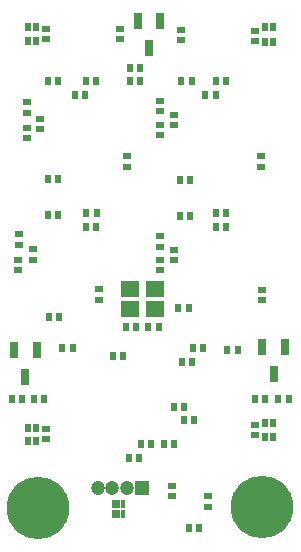
<source format=gbs>
%FSTAX23Y23*%
%MOIN*%
%SFA1B1*%

%IPPOS*%
%ADD32R,0.027690X0.055240*%
%ADD42R,0.047370X0.047370*%
%ADD43C,0.047370*%
%ADD44C,0.208000*%
%ADD56R,0.027690X0.023750*%
%ADD57R,0.023750X0.027690*%
%ADD58R,0.019810X0.031620*%
%ADD59R,0.059180X0.055240*%
%ADD60R,0.016820X0.031030*%
%LNusb2can-1*%
%LPD*%
G54D32*
X00626Y01725D03*
X00551D03*
X00588Y01635D03*
X00213Y0063D03*
X00138D03*
X00176Y0054D03*
X01041Y0064D03*
X00966D03*
X01003Y0055D03*
G54D42*
X00564Y0017D03*
G54D43*
X00515Y0017D03*
X00466D03*
X00417D03*
G54D44*
X00966Y00105D03*
X00219Y00104D03*
G54D56*
X00966Y0083D03*
Y00795D03*
X00961Y01275D03*
Y0124D03*
X00246Y00332D03*
Y00365D03*
X00181Y01419D03*
Y01455D03*
Y01336D03*
Y0137D03*
X00226Y01367D03*
Y014D03*
X00246Y01665D03*
Y01698D03*
X00491Y01665D03*
Y017D03*
X00696Y01697D03*
X00696Y01662D03*
X00941Y01692D03*
Y01659D03*
X00626Y01425D03*
X00626Y0146D03*
X00671Y0138D03*
Y01413D03*
X00626Y01346D03*
Y0138D03*
X00516Y01275D03*
Y0124D03*
X00151Y00895D03*
Y00929D03*
X00156Y0098D03*
Y01015D03*
X00201Y00931D03*
Y00965D03*
X00626Y00974D03*
Y0101D03*
Y00896D03*
Y0093D03*
X00671D03*
Y00963D03*
X00421Y00832D03*
Y00797D03*
X00941Y00378D03*
Y00345D03*
X00666Y00142D03*
Y00177D03*
X00786Y00142D03*
Y00107D03*
G54D57*
X0013Y00465D03*
X00166D03*
X00206D03*
X00239D03*
X00378Y01525D03*
X00411D03*
X00376Y0148D03*
X0034D03*
X00286Y01525D03*
X0025D03*
X00731D03*
X00696D03*
X00812D03*
X00846D03*
X00811Y0148D03*
X00775D03*
X00523Y01525D03*
X00558D03*
Y0157D03*
X00525D03*
X00286Y012D03*
X00251D03*
X00377Y0104D03*
X00411D03*
X00378Y01085D03*
X00413D03*
X00286Y0108D03*
X00251D03*
X00726Y01195D03*
X00691D03*
X00812Y0104D03*
X00846D03*
X0081Y01085D03*
X00846D03*
X00726Y01075D03*
X0069D03*
X00288Y0074D03*
X00253D03*
X00333Y00635D03*
X00298D03*
X00586Y00705D03*
X00621D03*
X00546D03*
X0051D03*
X00467Y0061D03*
X00501D03*
X00721Y0077D03*
X00685D03*
X00733Y00635D03*
X00768D03*
X00697Y0059D03*
X00731D03*
X00883Y0063D03*
X00848D03*
X01053Y00465D03*
X01018D03*
X00976D03*
X00942D03*
X00706Y0044D03*
X0067D03*
X00739Y00395D03*
X00706D03*
X00671Y00315D03*
X00637D03*
X00594D03*
X00561D03*
X0052Y0027D03*
X00556D03*
X00721Y00035D03*
X00754D03*
G54D58*
X00185Y0037D03*
X00211D03*
X00185Y00325D03*
X00211D03*
X00185Y01705D03*
X00211D03*
X00185Y0166D03*
X00211D03*
X01001Y01705D03*
X00975D03*
X01001Y01655D03*
X00976D03*
X01001Y0034D03*
X00976D03*
X01001Y00385D03*
X00976D03*
G54D59*
X00524Y00766D03*
X00607D03*
Y00833D03*
X00524D03*
G54D60*
X0047Y00115D03*
X00486D03*
X00501D03*
Y00082D03*
X00486D03*
X0047D03*
M02*
</source>
